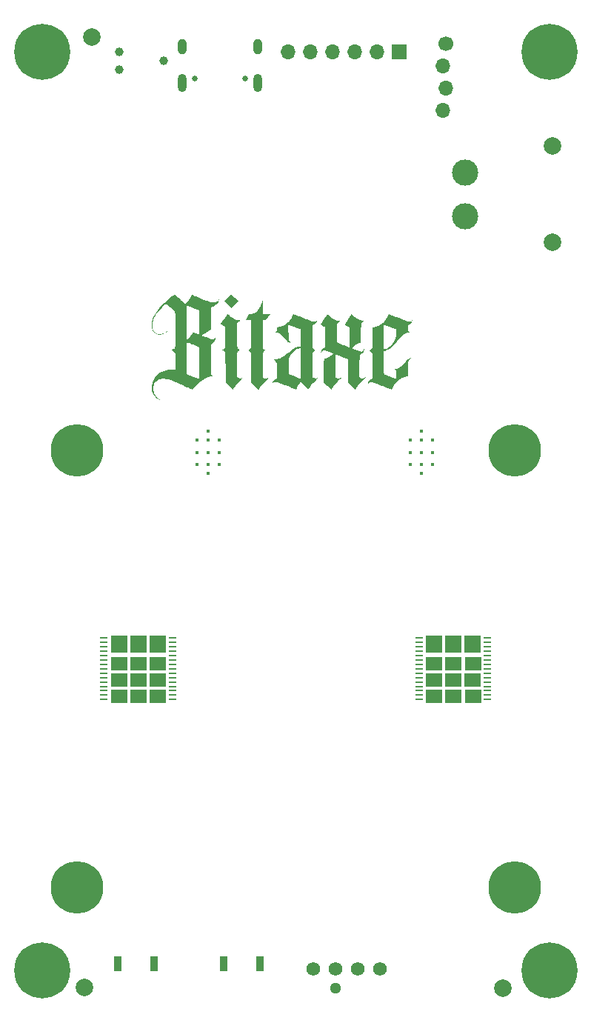
<source format=gbr>
%TF.GenerationSoftware,KiCad,Pcbnew,8.0.7*%
%TF.CreationDate,2025-02-10T22:40:20-05:00*%
%TF.ProjectId,BitaxeGT,42697461-7865-4475-942e-6b696361645f,v800*%
%TF.SameCoordinates,Original*%
%TF.FileFunction,Soldermask,Top*%
%TF.FilePolarity,Negative*%
%FSLAX46Y46*%
G04 Gerber Fmt 4.6, Leading zero omitted, Abs format (unit mm)*
G04 Created by KiCad (PCBNEW 8.0.7) date 2025-02-10 22:40:20*
%MOMM*%
%LPD*%
G01*
G04 APERTURE LIST*
G04 Aperture macros list*
%AMRoundRect*
0 Rectangle with rounded corners*
0 $1 Rounding radius*
0 $2 $3 $4 $5 $6 $7 $8 $9 X,Y pos of 4 corners*
0 Add a 4 corners polygon primitive as box body*
4,1,4,$2,$3,$4,$5,$6,$7,$8,$9,$2,$3,0*
0 Add four circle primitives for the rounded corners*
1,1,$1+$1,$2,$3*
1,1,$1+$1,$4,$5*
1,1,$1+$1,$6,$7*
1,1,$1+$1,$8,$9*
0 Add four rect primitives between the rounded corners*
20,1,$1+$1,$2,$3,$4,$5,0*
20,1,$1+$1,$4,$5,$6,$7,0*
20,1,$1+$1,$6,$7,$8,$9,0*
20,1,$1+$1,$8,$9,$2,$3,0*%
G04 Aperture macros list end*
%ADD10C,0.000000*%
%ADD11C,0.120000*%
%ADD12C,6.000000*%
%ADD13C,0.800000*%
%ADD14C,6.400000*%
%ADD15R,0.900000X1.800000*%
%ADD16RoundRect,0.055250X-0.340750X-0.055250X0.340750X-0.055250X0.340750X0.055250X-0.340750X0.055250X0*%
%ADD17R,1.700000X1.700000*%
%ADD18O,1.700000X1.700000*%
%ADD19C,3.000000*%
%ADD20C,2.000000*%
%ADD21C,1.574800*%
%ADD22C,1.295400*%
%ADD23C,1.700000*%
%ADD24C,0.990600*%
%ADD25C,0.400000*%
%ADD26O,1.000000X2.100000*%
%ADD27O,1.000000X1.800000*%
%ADD28C,0.650000*%
G04 APERTURE END LIST*
D10*
%TO.C,G\u002A\u002A\u002A*%
G36*
X124027177Y-69583387D02*
G01*
X124417726Y-69973936D01*
X124032597Y-70359486D01*
X123929016Y-70462783D01*
X123835151Y-70555630D01*
X123754984Y-70634149D01*
X123692497Y-70694464D01*
X123651672Y-70732697D01*
X123636628Y-70745037D01*
X123619598Y-70730895D01*
X123577190Y-70691055D01*
X123513388Y-70629393D01*
X123432174Y-70549788D01*
X123337530Y-70456116D01*
X123240659Y-70359486D01*
X122855531Y-69973936D01*
X123246080Y-69583387D01*
X123636628Y-69192838D01*
X124027177Y-69583387D01*
G37*
G36*
X127220281Y-70645640D02*
G01*
X127220550Y-71431804D01*
X127646184Y-71437436D01*
X128071818Y-71443068D01*
X127798632Y-71781666D01*
X127525446Y-72120263D01*
X127372998Y-72120263D01*
X127220550Y-72120263D01*
X127220666Y-73646555D01*
X127221009Y-73988320D01*
X127221982Y-74289789D01*
X127223582Y-74550779D01*
X127225807Y-74771101D01*
X127228654Y-74950570D01*
X127232121Y-75089001D01*
X127236204Y-75186207D01*
X127240902Y-75242002D01*
X127242889Y-75252459D01*
X127280407Y-75333150D01*
X127343749Y-75417483D01*
X127420938Y-75491554D01*
X127486137Y-75534867D01*
X127556832Y-75571135D01*
X127453376Y-75635447D01*
X127347613Y-75723665D01*
X127290444Y-75800946D01*
X127230968Y-75902133D01*
X127225183Y-77285500D01*
X127224086Y-77560116D01*
X127223305Y-77796088D01*
X127222907Y-77996447D01*
X127222959Y-78164221D01*
X127223527Y-78302440D01*
X127224677Y-78414133D01*
X127226476Y-78502329D01*
X127228991Y-78570059D01*
X127232287Y-78620351D01*
X127236432Y-78656235D01*
X127241491Y-78680740D01*
X127247532Y-78696896D01*
X127254621Y-78707732D01*
X127256438Y-78709826D01*
X127335934Y-78771857D01*
X127439021Y-78815927D01*
X127549153Y-78835293D01*
X127565168Y-78835650D01*
X127644355Y-78830449D01*
X127711851Y-78811015D01*
X127781939Y-78771606D01*
X127850861Y-78720747D01*
X127901677Y-78684439D01*
X127926387Y-78674752D01*
X127927719Y-78688220D01*
X127908401Y-78721377D01*
X127871162Y-78770756D01*
X127818729Y-78832892D01*
X127753831Y-78904318D01*
X127679196Y-78981567D01*
X127597551Y-79061174D01*
X127543705Y-79111012D01*
X127391378Y-79255468D01*
X127246744Y-79405043D01*
X127114246Y-79554324D01*
X126998329Y-79697898D01*
X126903437Y-79830350D01*
X126834015Y-79946269D01*
X126803919Y-80012106D01*
X126769515Y-80102741D01*
X126338675Y-79701734D01*
X125907834Y-79300727D01*
X125907325Y-77663941D01*
X125906961Y-77354645D01*
X125906087Y-77070358D01*
X125904727Y-76813066D01*
X125902904Y-76584758D01*
X125900644Y-76387420D01*
X125897971Y-76223040D01*
X125894908Y-76093604D01*
X125891481Y-76001101D01*
X125887714Y-75947517D01*
X125886177Y-75937681D01*
X125838928Y-75814462D01*
X125761540Y-75706849D01*
X125663720Y-75627522D01*
X125572611Y-75574128D01*
X125630830Y-75544073D01*
X125731973Y-75472089D01*
X125819518Y-75372060D01*
X125852441Y-75318704D01*
X125860866Y-75302537D01*
X125868179Y-75285478D01*
X125874470Y-75264596D01*
X125879831Y-75236958D01*
X125884353Y-75199630D01*
X125888125Y-75149680D01*
X125891240Y-75084176D01*
X125893787Y-75000184D01*
X125895859Y-74894772D01*
X125897544Y-74765007D01*
X125898936Y-74607956D01*
X125900123Y-74420687D01*
X125901197Y-74200267D01*
X125902249Y-73943763D01*
X125903259Y-73677810D01*
X125909102Y-72120263D01*
X125585499Y-72120263D01*
X125474701Y-72119286D01*
X125380242Y-72116589D01*
X125309199Y-72112525D01*
X125268651Y-72107444D01*
X125261895Y-72104177D01*
X125271823Y-72081755D01*
X125299385Y-72029401D01*
X125341244Y-71953196D01*
X125394066Y-71859222D01*
X125447588Y-71765579D01*
X125633281Y-71443068D01*
X125869532Y-71430396D01*
X125982372Y-71421618D01*
X126084816Y-71408666D01*
X126164648Y-71393273D01*
X126194949Y-71384223D01*
X126365620Y-71298312D01*
X126527513Y-71172733D01*
X126679689Y-71008743D01*
X126821208Y-70807605D01*
X126951131Y-70570578D01*
X127068517Y-70298923D01*
X127128343Y-70132391D01*
X127220013Y-69859475D01*
X127220281Y-70645640D01*
G37*
G36*
X123227698Y-71425424D02*
G01*
X123269701Y-71458955D01*
X123331107Y-71510813D01*
X123406152Y-71576198D01*
X123432002Y-71599102D01*
X123629609Y-71764585D01*
X123819732Y-71903468D01*
X123997392Y-72012318D01*
X124115874Y-72070635D01*
X124191833Y-72100602D01*
X124259740Y-72118502D01*
X124335885Y-72127299D01*
X124436562Y-72129960D01*
X124441966Y-72129983D01*
X124531695Y-72131109D01*
X124586562Y-72134564D01*
X124613366Y-72141670D01*
X124618909Y-72153748D01*
X124615037Y-72163592D01*
X124582450Y-72210417D01*
X124530293Y-72271488D01*
X124469357Y-72335563D01*
X124410431Y-72391402D01*
X124364302Y-72427762D01*
X124357876Y-72431540D01*
X124303404Y-72460693D01*
X124303862Y-73816770D01*
X124304007Y-74088774D01*
X124304304Y-74322269D01*
X124304838Y-74520422D01*
X124305695Y-74686396D01*
X124306961Y-74823356D01*
X124308723Y-74934468D01*
X124311066Y-75022897D01*
X124314076Y-75091808D01*
X124317840Y-75144365D01*
X124322443Y-75183735D01*
X124327971Y-75213081D01*
X124334511Y-75235569D01*
X124342149Y-75254364D01*
X124342991Y-75256194D01*
X124403885Y-75350669D01*
X124490654Y-75438636D01*
X124584700Y-75502971D01*
X124621064Y-75525484D01*
X124619567Y-75535652D01*
X124609387Y-75536656D01*
X124568853Y-75553336D01*
X124514304Y-75595911D01*
X124454249Y-75655217D01*
X124397199Y-75722088D01*
X124351664Y-75787360D01*
X124326229Y-75841602D01*
X124320861Y-75882222D01*
X124316224Y-75962934D01*
X124312312Y-76083966D01*
X124309123Y-76245546D01*
X124306653Y-76447899D01*
X124304898Y-76691254D01*
X124303855Y-76975837D01*
X124303521Y-77278670D01*
X124303404Y-78634369D01*
X124364704Y-78693098D01*
X124445764Y-78746987D01*
X124548951Y-78782354D01*
X124657058Y-78794441D01*
X124712873Y-78789352D01*
X124769484Y-78777341D01*
X124813635Y-78761313D01*
X124859179Y-78734268D01*
X124919973Y-78689203D01*
X124936615Y-78676296D01*
X124986669Y-78640112D01*
X125007219Y-78632288D01*
X124998751Y-78652249D01*
X124961753Y-78699419D01*
X124896709Y-78773222D01*
X124804108Y-78873082D01*
X124684433Y-78998424D01*
X124538173Y-79148671D01*
X124534254Y-79152666D01*
X124357182Y-79336232D01*
X124210086Y-79495737D01*
X124090892Y-79633755D01*
X123997524Y-79752862D01*
X123927908Y-79855633D01*
X123879971Y-79944642D01*
X123863209Y-79985547D01*
X123843337Y-80032740D01*
X123827579Y-80057089D01*
X123825182Y-80058032D01*
X123807696Y-80043967D01*
X123764040Y-80004775D01*
X123698169Y-79944126D01*
X123614038Y-79865689D01*
X123515600Y-79773134D01*
X123406811Y-79670130D01*
X123392914Y-79656924D01*
X122972088Y-79256850D01*
X122970970Y-77573613D01*
X122970653Y-77259530D01*
X122970118Y-76984576D01*
X122969322Y-76746208D01*
X122968220Y-76541882D01*
X122966771Y-76369054D01*
X122964931Y-76225181D01*
X122962656Y-76107720D01*
X122959904Y-76014125D01*
X122956631Y-75941855D01*
X122952794Y-75888364D01*
X122948349Y-75851110D01*
X122943255Y-75827549D01*
X122941204Y-75821811D01*
X122882634Y-75722842D01*
X122799433Y-75634583D01*
X122705811Y-75571908D01*
X122699807Y-75569120D01*
X122615239Y-75530986D01*
X122693571Y-75495109D01*
X122759127Y-75455850D01*
X122824441Y-75403001D01*
X122838566Y-75388968D01*
X122865984Y-75360031D01*
X122889294Y-75333267D01*
X122908828Y-75305207D01*
X122924921Y-75272381D01*
X122937905Y-75231319D01*
X122948113Y-75178551D01*
X122955880Y-75110608D01*
X122961538Y-75024019D01*
X122965420Y-74915316D01*
X122967860Y-74781028D01*
X122969191Y-74617685D01*
X122969746Y-74421818D01*
X122969859Y-74189956D01*
X122969852Y-74021967D01*
X122969852Y-72880167D01*
X122863115Y-72842258D01*
X122746525Y-72792120D01*
X122637402Y-72729433D01*
X122548042Y-72661954D01*
X122503292Y-72615331D01*
X122453037Y-72551117D01*
X122828903Y-71986674D01*
X122919763Y-71850286D01*
X123003083Y-71725327D01*
X123076096Y-71615937D01*
X123136034Y-71526258D01*
X123180132Y-71460431D01*
X123205621Y-71422597D01*
X123210863Y-71415018D01*
X123227698Y-71425424D01*
G37*
G36*
X141692715Y-71471975D02*
G01*
X141717082Y-71484221D01*
X141776090Y-71509404D01*
X141865358Y-71545844D01*
X141980502Y-71591858D01*
X142117140Y-71645765D01*
X142270889Y-71705882D01*
X142437365Y-71770529D01*
X142612187Y-71838023D01*
X142790972Y-71906683D01*
X142969336Y-71974826D01*
X143142896Y-72040772D01*
X143307271Y-72102838D01*
X143458077Y-72159342D01*
X143590931Y-72208603D01*
X143701451Y-72248940D01*
X143785253Y-72278669D01*
X143837955Y-72296110D01*
X143847546Y-72298824D01*
X143934900Y-72315749D01*
X144011001Y-72320770D01*
X144041965Y-72317754D01*
X144148876Y-72276163D01*
X144242503Y-72203273D01*
X144305589Y-72116757D01*
X144352205Y-72026497D01*
X144340378Y-72139837D01*
X144305861Y-72290291D01*
X144238197Y-72424704D01*
X144142254Y-72536834D01*
X144022902Y-72620438D01*
X143938075Y-72655591D01*
X143827440Y-72690466D01*
X143827440Y-72973960D01*
X143828131Y-73091910D01*
X143830952Y-73177232D01*
X143837031Y-73238961D01*
X143847491Y-73286129D01*
X143863460Y-73327770D01*
X143874323Y-73350257D01*
X143917980Y-73417032D01*
X143972077Y-73474759D01*
X143992007Y-73490111D01*
X144062807Y-73537162D01*
X143991175Y-73537162D01*
X143903969Y-73546135D01*
X143794386Y-73570453D01*
X143677011Y-73606210D01*
X143566430Y-73649504D01*
X143559128Y-73652804D01*
X143450367Y-73708748D01*
X143341130Y-73778511D01*
X143228031Y-73865225D01*
X143107686Y-73972018D01*
X142976711Y-74102022D01*
X142831721Y-74258366D01*
X142669331Y-74444180D01*
X142548440Y-74587525D01*
X142451785Y-74702681D01*
X142355105Y-74816491D01*
X142264608Y-74921747D01*
X142186503Y-75011239D01*
X142127001Y-75077758D01*
X142114783Y-75091002D01*
X141914797Y-75284075D01*
X141707794Y-75442682D01*
X141497117Y-75564654D01*
X141286108Y-75647819D01*
X141235753Y-75661772D01*
X141087408Y-75699443D01*
X141082043Y-77001430D01*
X141081067Y-77278032D01*
X141080615Y-77515560D01*
X141080727Y-77716612D01*
X141081444Y-77883783D01*
X141082808Y-78019673D01*
X141084858Y-78126877D01*
X141087637Y-78207992D01*
X141091185Y-78265616D01*
X141095542Y-78302345D01*
X141100751Y-78320778D01*
X141102880Y-78323463D01*
X141128684Y-78335875D01*
X141187817Y-78360543D01*
X141274764Y-78395371D01*
X141384013Y-78438269D01*
X141510051Y-78487141D01*
X141647365Y-78539895D01*
X141790441Y-78594437D01*
X141933767Y-78648674D01*
X142071829Y-78700514D01*
X142199114Y-78747862D01*
X142310110Y-78788626D01*
X142399304Y-78820711D01*
X142461181Y-78842026D01*
X142490229Y-78850475D01*
X142491028Y-78850533D01*
X142500194Y-78842215D01*
X142506756Y-78814321D01*
X142510916Y-78762440D01*
X142512880Y-78682163D01*
X142512851Y-78569078D01*
X142511034Y-78418775D01*
X142511025Y-78418171D01*
X142507854Y-78256501D01*
X142502991Y-78130648D01*
X142494944Y-78034759D01*
X142482223Y-77962978D01*
X142463338Y-77909450D01*
X142436798Y-77868319D01*
X142401114Y-77833732D01*
X142354794Y-77799833D01*
X142353386Y-77798875D01*
X142275847Y-77746186D01*
X142370071Y-77746186D01*
X142531395Y-77728083D01*
X142700189Y-77676682D01*
X142866073Y-77596337D01*
X143018667Y-77491407D01*
X143058907Y-77457041D01*
X143111520Y-77404386D01*
X143181714Y-77326425D01*
X143262393Y-77231438D01*
X143346465Y-77127704D01*
X143400164Y-77058733D01*
X143479649Y-76956948D01*
X143557318Y-76861322D01*
X143626990Y-76779192D01*
X143682485Y-76717891D01*
X143710290Y-76690687D01*
X143806273Y-76621115D01*
X143921203Y-76558903D01*
X144038930Y-76511690D01*
X144139992Y-76487511D01*
X144188286Y-76482980D01*
X144207494Y-76484556D01*
X144202502Y-76488140D01*
X144112770Y-76539120D01*
X144026147Y-76613636D01*
X143960458Y-76696238D01*
X143958330Y-76699813D01*
X143930521Y-76749936D01*
X143907474Y-76799690D01*
X143888657Y-76853596D01*
X143873541Y-76916174D01*
X143861596Y-76991946D01*
X143852293Y-77085431D01*
X143845101Y-77201152D01*
X143839492Y-77343627D01*
X143834935Y-77517379D01*
X143830900Y-77726928D01*
X143829713Y-77797417D01*
X143817022Y-78567516D01*
X143657022Y-78592230D01*
X143389020Y-78654225D01*
X143128717Y-78754691D01*
X142881468Y-78890490D01*
X142652630Y-79058486D01*
X142447559Y-79255541D01*
X142369927Y-79346064D01*
X142315687Y-79419061D01*
X142254462Y-79510968D01*
X142190417Y-79614380D01*
X142127713Y-79721892D01*
X142070516Y-79826099D01*
X142022989Y-79919597D01*
X141989294Y-79994980D01*
X141973597Y-80044844D01*
X141972970Y-80052045D01*
X141957895Y-80075985D01*
X141924355Y-80076625D01*
X141898999Y-80061727D01*
X141875912Y-80050658D01*
X141818259Y-80026541D01*
X141730448Y-79991075D01*
X141616891Y-79945959D01*
X141481997Y-79892893D01*
X141330177Y-79833576D01*
X141165840Y-79769706D01*
X140993397Y-79702983D01*
X140817258Y-79635106D01*
X140641833Y-79567775D01*
X140471532Y-79502687D01*
X140310764Y-79441543D01*
X140163941Y-79386042D01*
X140035473Y-79337882D01*
X139929768Y-79298763D01*
X139851238Y-79270385D01*
X139804293Y-79254445D01*
X139801566Y-79253619D01*
X139684977Y-79231974D01*
X139572126Y-79229963D01*
X139468757Y-79250736D01*
X139385082Y-79299902D01*
X139313441Y-79382855D01*
X139282351Y-79433963D01*
X139241741Y-79506891D01*
X139254475Y-79402707D01*
X139291643Y-79249917D01*
X139360984Y-79113600D01*
X139457574Y-78999621D01*
X139576492Y-78913847D01*
X139706973Y-78863512D01*
X139764274Y-78849740D01*
X139764070Y-77407191D01*
X139763867Y-75964643D01*
X139714956Y-75859608D01*
X139639123Y-75740926D01*
X139537903Y-75654051D01*
X139475294Y-75621970D01*
X139409982Y-75594917D01*
X139518660Y-75529739D01*
X139631550Y-75439173D01*
X139690597Y-75362032D01*
X139753855Y-75259503D01*
X139759579Y-74117884D01*
X139759722Y-74089336D01*
X141076989Y-74089336D01*
X141077279Y-74384815D01*
X141078135Y-74649236D01*
X141079538Y-74881220D01*
X141081469Y-75079391D01*
X141083909Y-75242371D01*
X141086837Y-75368782D01*
X141090235Y-75457247D01*
X141094083Y-75506389D01*
X141097055Y-75516653D01*
X141126240Y-75509503D01*
X141180404Y-75491065D01*
X141227284Y-75473321D01*
X141382279Y-75397203D01*
X141547126Y-75289195D01*
X141714789Y-75155507D01*
X141878230Y-75002346D01*
X142030413Y-74835920D01*
X142164299Y-74662438D01*
X142191310Y-74622876D01*
X142299502Y-74449144D01*
X142381994Y-74287796D01*
X142441716Y-74128735D01*
X142481603Y-73961864D01*
X142504585Y-73777086D01*
X142513597Y-73564304D01*
X142513998Y-73511849D01*
X142513737Y-73395968D01*
X142511729Y-73314927D01*
X142507169Y-73261904D01*
X142499255Y-73230078D01*
X142487181Y-73212624D01*
X142478015Y-73206430D01*
X142451016Y-73194669D01*
X142391433Y-73170331D01*
X142304637Y-73135519D01*
X142195999Y-73092336D01*
X142070888Y-73042884D01*
X141934677Y-72989265D01*
X141792734Y-72933582D01*
X141650431Y-72877938D01*
X141513139Y-72824435D01*
X141386228Y-72775175D01*
X141275068Y-72732260D01*
X141185030Y-72697795D01*
X141121484Y-72673880D01*
X141089802Y-72662618D01*
X141087368Y-72662018D01*
X141085625Y-72682293D01*
X141083974Y-72740871D01*
X141082439Y-72834381D01*
X141081045Y-72959453D01*
X141079816Y-73112716D01*
X141078778Y-73290800D01*
X141077953Y-73490334D01*
X141077368Y-73707947D01*
X141077046Y-73940270D01*
X141076989Y-74089336D01*
X139759722Y-74089336D01*
X139765303Y-72976265D01*
X139842926Y-72964368D01*
X140148723Y-72898470D01*
X140431024Y-72798161D01*
X140689698Y-72663537D01*
X140924618Y-72494694D01*
X141135652Y-72291726D01*
X141322672Y-72054731D01*
X141485549Y-71783802D01*
X141511337Y-71733356D01*
X141550949Y-71650916D01*
X141584097Y-71576355D01*
X141605416Y-71521953D01*
X141609239Y-71509361D01*
X141632499Y-71463611D01*
X141666834Y-71455724D01*
X141692715Y-71471975D01*
G37*
G36*
X130765003Y-71468531D02*
G01*
X130796060Y-71483311D01*
X130836999Y-71501255D01*
X130912163Y-71531947D01*
X131016826Y-71573586D01*
X131146262Y-71624369D01*
X131295742Y-71682494D01*
X131460542Y-71746159D01*
X131635933Y-71813560D01*
X131817190Y-71882896D01*
X131999584Y-71952364D01*
X132178391Y-72020162D01*
X132348882Y-72084488D01*
X132506331Y-72143538D01*
X132646011Y-72195511D01*
X132763196Y-72238605D01*
X132853158Y-72271016D01*
X132911172Y-72290942D01*
X132925765Y-72295403D01*
X133020102Y-72315347D01*
X133098113Y-72320571D01*
X133123714Y-72317709D01*
X133230392Y-72276190D01*
X133323912Y-72203404D01*
X133387131Y-72116757D01*
X133433747Y-72026497D01*
X133421920Y-72139837D01*
X133387404Y-72290291D01*
X133319739Y-72424704D01*
X133223796Y-72536834D01*
X133104444Y-72620438D01*
X133019617Y-72655591D01*
X132908983Y-72690466D01*
X132908983Y-73929239D01*
X132909281Y-74220542D01*
X132910198Y-74471883D01*
X132911764Y-74684969D01*
X132914011Y-74861508D01*
X132916970Y-75003207D01*
X132920672Y-75111774D01*
X132925149Y-75188915D01*
X132930431Y-75236338D01*
X132933165Y-75248725D01*
X132976524Y-75340013D01*
X133045881Y-75430018D01*
X133128367Y-75504005D01*
X133185496Y-75537692D01*
X133266385Y-75573908D01*
X133169158Y-75620974D01*
X133070170Y-75689647D01*
X132988249Y-75786198D01*
X132934327Y-75897286D01*
X132929604Y-75913352D01*
X132925105Y-75951899D01*
X132921293Y-76030608D01*
X132918184Y-76147972D01*
X132915796Y-76302485D01*
X132914145Y-76492640D01*
X132913247Y-76716930D01*
X132913119Y-76973850D01*
X132913778Y-77261892D01*
X132914038Y-77331360D01*
X132919401Y-78671643D01*
X133017507Y-78732295D01*
X133118245Y-78779228D01*
X133227025Y-78804991D01*
X133327305Y-78806179D01*
X133352960Y-78801311D01*
X133397001Y-78782844D01*
X133459319Y-78747993D01*
X133511929Y-78714049D01*
X133566050Y-78679052D01*
X133595877Y-78665539D01*
X133600609Y-78674521D01*
X133579445Y-78707007D01*
X133531585Y-78764009D01*
X133456228Y-78846537D01*
X133352573Y-78955601D01*
X133219821Y-79092213D01*
X133180970Y-79131830D01*
X133070705Y-79245217D01*
X132964703Y-79356300D01*
X132868214Y-79459418D01*
X132786490Y-79548908D01*
X132724781Y-79619108D01*
X132693392Y-79657527D01*
X132630719Y-79745529D01*
X132572120Y-79837803D01*
X132522630Y-79925342D01*
X132487284Y-79999141D01*
X132471117Y-80050192D01*
X132470638Y-80055972D01*
X132456627Y-80050436D01*
X132417179Y-80017793D01*
X132355558Y-79961151D01*
X132275030Y-79883617D01*
X132178858Y-79788298D01*
X132070309Y-79678300D01*
X132026367Y-79633168D01*
X131582868Y-79176016D01*
X131463482Y-79320617D01*
X131331357Y-79497377D01*
X131215434Y-79685371D01*
X131124090Y-79870559D01*
X131100787Y-79928610D01*
X131069772Y-80008816D01*
X131048111Y-80055552D01*
X131031369Y-80074673D01*
X131015114Y-80072036D01*
X131001300Y-80060029D01*
X130977589Y-80048042D01*
X130919269Y-80023091D01*
X130830742Y-79986869D01*
X130716409Y-79941070D01*
X130580672Y-79887389D01*
X130427932Y-79827520D01*
X130262591Y-79763157D01*
X130089050Y-79695995D01*
X129911711Y-79627726D01*
X129734976Y-79560046D01*
X129563245Y-79494648D01*
X129400921Y-79433227D01*
X129252404Y-79377477D01*
X129122097Y-79329092D01*
X129014401Y-79289766D01*
X128933717Y-79261193D01*
X128884447Y-79245067D01*
X128882544Y-79244521D01*
X128801221Y-79224064D01*
X128726785Y-79209713D01*
X128678717Y-79204758D01*
X128568464Y-79224769D01*
X128470001Y-79282942D01*
X128387400Y-79376483D01*
X128359520Y-79423544D01*
X128337561Y-79461705D01*
X128327977Y-79464739D01*
X128325732Y-79441367D01*
X128331305Y-79398983D01*
X128346685Y-79332093D01*
X128366897Y-79260701D01*
X128431712Y-79115034D01*
X128526941Y-78997422D01*
X128651297Y-78909285D01*
X128710377Y-78882008D01*
X128835398Y-78831809D01*
X128835398Y-77971237D01*
X128835398Y-77125579D01*
X130182243Y-77125579D01*
X130183195Y-77312672D01*
X130184335Y-77484431D01*
X130189787Y-78314808D01*
X130877399Y-78581270D01*
X131037269Y-78643095D01*
X131184849Y-78699923D01*
X131315637Y-78750039D01*
X131425130Y-78791728D01*
X131508826Y-78823276D01*
X131562223Y-78842967D01*
X131580640Y-78849132D01*
X131583029Y-78829024D01*
X131585307Y-78770301D01*
X131587446Y-78676021D01*
X131589418Y-78549245D01*
X131591196Y-78393030D01*
X131592752Y-78210435D01*
X131594059Y-78004519D01*
X131595088Y-77778340D01*
X131595812Y-77534958D01*
X131596204Y-77277431D01*
X131596267Y-77121083D01*
X131596267Y-75391633D01*
X131486874Y-75391880D01*
X131313505Y-75412152D01*
X131137049Y-75469841D01*
X130962144Y-75561413D01*
X130793431Y-75683335D01*
X130635547Y-75832074D01*
X130493132Y-76004095D01*
X130370825Y-76195865D01*
X130330965Y-76272405D01*
X130294348Y-76347173D01*
X130264127Y-76411358D01*
X130239716Y-76469806D01*
X130220528Y-76527367D01*
X130205977Y-76588888D01*
X130195476Y-76659217D01*
X130188439Y-76743203D01*
X130184278Y-76845693D01*
X130182409Y-76971536D01*
X130182243Y-77125579D01*
X128835398Y-77125579D01*
X128835398Y-77110665D01*
X128769459Y-76971483D01*
X128722066Y-76884654D01*
X128664683Y-76797914D01*
X128617095Y-76738541D01*
X128530670Y-76644780D01*
X128630942Y-76632256D01*
X128822202Y-76603479D01*
X128996901Y-76565558D01*
X129160764Y-76515619D01*
X129319516Y-76450787D01*
X129478884Y-76368189D01*
X129644591Y-76264951D01*
X129822363Y-76138198D01*
X130017927Y-75985057D01*
X130168950Y-75860217D01*
X130364296Y-75698868D01*
X130534999Y-75564843D01*
X130685555Y-75455676D01*
X130820461Y-75368900D01*
X130944213Y-75302049D01*
X131061308Y-75252655D01*
X131176243Y-75218252D01*
X131293513Y-75196373D01*
X131398318Y-75185784D01*
X131585849Y-75172847D01*
X131591264Y-74199572D01*
X131592447Y-73972396D01*
X131593171Y-73783322D01*
X131593322Y-73628777D01*
X131592788Y-73505190D01*
X131591457Y-73408990D01*
X131589215Y-73336606D01*
X131585952Y-73284467D01*
X131581553Y-73249001D01*
X131575908Y-73226637D01*
X131568902Y-73213804D01*
X131560425Y-73206931D01*
X131560008Y-73206705D01*
X131531318Y-73194056D01*
X131470232Y-73168945D01*
X131382133Y-73133479D01*
X131272405Y-73089764D01*
X131146430Y-73039906D01*
X131009592Y-72986013D01*
X130867274Y-72930191D01*
X130724859Y-72874546D01*
X130587731Y-72821184D01*
X130461272Y-72772213D01*
X130350866Y-72729740D01*
X130261896Y-72695869D01*
X130199744Y-72672709D01*
X130169796Y-72662365D01*
X130168088Y-72662018D01*
X130164971Y-72682079D01*
X130162690Y-72739173D01*
X130161268Y-72828669D01*
X130160726Y-72945934D01*
X130161085Y-73086337D01*
X130162367Y-73245245D01*
X130164583Y-73417351D01*
X130168516Y-73644222D01*
X130173137Y-73833899D01*
X130178909Y-73990862D01*
X130186297Y-74119591D01*
X130195767Y-74224564D01*
X130207784Y-74310262D01*
X130222813Y-74381163D01*
X130241319Y-74441747D01*
X130263767Y-74496493D01*
X130280093Y-74529908D01*
X130358860Y-74641253D01*
X130466991Y-74733255D01*
X130502338Y-74754727D01*
X130564848Y-74789549D01*
X130471083Y-74777062D01*
X130361825Y-74753771D01*
X130257503Y-74711760D01*
X130153578Y-74647584D01*
X130045512Y-74557800D01*
X129928765Y-74438961D01*
X129798798Y-74287623D01*
X129755287Y-74233786D01*
X129613051Y-74061391D01*
X129486383Y-73921367D01*
X129370312Y-73809824D01*
X129259862Y-73722876D01*
X129150059Y-73656634D01*
X129035931Y-73607209D01*
X128912504Y-73570714D01*
X128904679Y-73568847D01*
X128820350Y-73551984D01*
X128738853Y-73540574D01*
X128691668Y-73537470D01*
X128610449Y-73537162D01*
X128680933Y-73489663D01*
X128764677Y-73413096D01*
X128817984Y-73314645D01*
X128842940Y-73189714D01*
X128845473Y-73126580D01*
X128845816Y-72976458D01*
X128923954Y-72964070D01*
X129079937Y-72933951D01*
X129242715Y-72893281D01*
X129394953Y-72846755D01*
X129496566Y-72808869D01*
X129697555Y-72707635D01*
X129898527Y-72573983D01*
X130089737Y-72416019D01*
X130261442Y-72241846D01*
X130403898Y-72059571D01*
X130412113Y-72047334D01*
X130469456Y-71955812D01*
X130529322Y-71851546D01*
X130586611Y-71744378D01*
X130636227Y-71644149D01*
X130673070Y-71560703D01*
X130690781Y-71509361D01*
X130704405Y-71468994D01*
X130725291Y-71456338D01*
X130765003Y-71468531D01*
G37*
G36*
X137400270Y-71467090D02*
G01*
X137443146Y-71504271D01*
X137503794Y-71559588D01*
X137576142Y-71627600D01*
X137587452Y-71638391D01*
X137772613Y-71801859D01*
X137958085Y-71939668D01*
X138139649Y-72049490D01*
X138313089Y-72129001D01*
X138474184Y-72175872D01*
X138584338Y-72188206D01*
X138661502Y-72186996D01*
X138728157Y-72181110D01*
X138760689Y-72174426D01*
X138794464Y-72165851D01*
X138796547Y-72180251D01*
X138784567Y-72204319D01*
X138754762Y-72246129D01*
X138704431Y-72304195D01*
X138643658Y-72368170D01*
X138582525Y-72427707D01*
X138531115Y-72472461D01*
X138507060Y-72489062D01*
X138498613Y-72495385D01*
X138491438Y-72506876D01*
X138485383Y-72526891D01*
X138480300Y-72558785D01*
X138476038Y-72605914D01*
X138472449Y-72671634D01*
X138469382Y-72759300D01*
X138466689Y-72872268D01*
X138464219Y-73013892D01*
X138461823Y-73187529D01*
X138459351Y-73396534D01*
X138456998Y-73612036D01*
X138445200Y-74714657D01*
X138299392Y-74750452D01*
X138200156Y-74780076D01*
X138100087Y-74821696D01*
X137994210Y-74878435D01*
X137877551Y-74953416D01*
X137745135Y-75049760D01*
X137591987Y-75170591D01*
X137470956Y-75270434D01*
X137423291Y-75312867D01*
X137394074Y-75343973D01*
X137389233Y-75355167D01*
X137413050Y-75366177D01*
X137469481Y-75389105D01*
X137552025Y-75421501D01*
X137654180Y-75460913D01*
X137769441Y-75504889D01*
X137891308Y-75550979D01*
X138013277Y-75596731D01*
X138128845Y-75639694D01*
X138231511Y-75677418D01*
X138314771Y-75707450D01*
X138372124Y-75727339D01*
X138395038Y-75734313D01*
X138475685Y-75735840D01*
X138567262Y-75713716D01*
X138650611Y-75673124D01*
X138668239Y-75660444D01*
X138711135Y-75615801D01*
X138756735Y-75552290D01*
X138775752Y-75519866D01*
X138802330Y-75474246D01*
X138817435Y-75456131D01*
X138818562Y-75464561D01*
X138810047Y-75510838D01*
X138799894Y-75576542D01*
X138796606Y-75600097D01*
X138758095Y-75735353D01*
X138683975Y-75857627D01*
X138579762Y-75960660D01*
X138450975Y-76038197D01*
X138389048Y-76062262D01*
X138295283Y-76093133D01*
X138289911Y-77360924D01*
X138284539Y-78628715D01*
X138331584Y-78679863D01*
X138421187Y-78748953D01*
X138532150Y-78792362D01*
X138651076Y-78807146D01*
X138764569Y-78790362D01*
X138790825Y-78780762D01*
X138852038Y-78747919D01*
X138915938Y-78703451D01*
X138925595Y-78695563D01*
X138966286Y-78666237D01*
X138990437Y-78658460D01*
X138993314Y-78663137D01*
X138979262Y-78684091D01*
X138939681Y-78730399D01*
X138878433Y-78797874D01*
X138799382Y-78882327D01*
X138706391Y-78979570D01*
X138612056Y-79076515D01*
X138451446Y-79241788D01*
X138317991Y-79382846D01*
X138208281Y-79503803D01*
X138118901Y-79608769D01*
X138046441Y-79701855D01*
X137987489Y-79787172D01*
X137938631Y-79868833D01*
X137911042Y-79921160D01*
X137834011Y-80074495D01*
X137408289Y-79676547D01*
X136982568Y-79278600D01*
X136972149Y-77944770D01*
X136961731Y-76610940D01*
X136294955Y-76355707D01*
X136136315Y-76295036D01*
X135989054Y-76238823D01*
X135857951Y-76188884D01*
X135747785Y-76147033D01*
X135663337Y-76115089D01*
X135609385Y-76094868D01*
X135591714Y-76088455D01*
X135584252Y-76087785D01*
X135577880Y-76093077D01*
X135572514Y-76107342D01*
X135568067Y-76133588D01*
X135564453Y-76174827D01*
X135561588Y-76234068D01*
X135559384Y-76314319D01*
X135557756Y-76418592D01*
X135556618Y-76549895D01*
X135555884Y-76711239D01*
X135555469Y-76905633D01*
X135555286Y-77136087D01*
X135555250Y-77366886D01*
X135555250Y-78657335D01*
X135633388Y-78711096D01*
X135738004Y-78772206D01*
X135834021Y-78802707D01*
X135905622Y-78808402D01*
X135994092Y-78794359D01*
X136086911Y-78758628D01*
X136165057Y-78709379D01*
X136188791Y-78686782D01*
X136223709Y-78654298D01*
X136247511Y-78642166D01*
X136254315Y-78651749D01*
X136238482Y-78681453D01*
X136198761Y-78732713D01*
X136133896Y-78806964D01*
X136042635Y-78905640D01*
X135923723Y-79030176D01*
X135775906Y-79182006D01*
X135774029Y-79183922D01*
X135622394Y-79340456D01*
X135497923Y-79473591D01*
X135396919Y-79587931D01*
X135315686Y-79688083D01*
X135250526Y-79778651D01*
X135197743Y-79864242D01*
X135153641Y-79949461D01*
X135145474Y-79967001D01*
X135117557Y-80026563D01*
X135097361Y-80066991D01*
X135090105Y-80078644D01*
X135074615Y-80064604D01*
X135032666Y-80025556D01*
X134968096Y-79965100D01*
X134884746Y-79886839D01*
X134786456Y-79794376D01*
X134677067Y-79691312D01*
X134654061Y-79669618D01*
X134221698Y-79261850D01*
X134221698Y-77909516D01*
X134221855Y-77627634D01*
X134222359Y-77384925D01*
X134223256Y-77178890D01*
X134224596Y-77007032D01*
X134226425Y-76866850D01*
X134228793Y-76755846D01*
X134231746Y-76671521D01*
X134235332Y-76611376D01*
X134239601Y-76572913D01*
X134244598Y-76553632D01*
X134247744Y-76550279D01*
X134279945Y-76542150D01*
X134339993Y-76527302D01*
X134415238Y-76508863D01*
X134419647Y-76507787D01*
X134512261Y-76479229D01*
X134618437Y-76437644D01*
X134716161Y-76391705D01*
X134721780Y-76388730D01*
X134793241Y-76347410D01*
X134876913Y-76294105D01*
X134966576Y-76233397D01*
X135056011Y-76169868D01*
X135138999Y-76108099D01*
X135209319Y-76052674D01*
X135260753Y-76008173D01*
X135287082Y-75979178D01*
X135288409Y-75971283D01*
X135263786Y-75958510D01*
X135206932Y-75934132D01*
X135124775Y-75900797D01*
X135024244Y-75861154D01*
X134912267Y-75817853D01*
X134795774Y-75773541D01*
X134681692Y-75730867D01*
X134576951Y-75692481D01*
X134488479Y-75661031D01*
X134423204Y-75639166D01*
X134406022Y-75633950D01*
X134270208Y-75605848D01*
X134158072Y-75608933D01*
X134063788Y-75644964D01*
X133981529Y-75715699D01*
X133935193Y-75776012D01*
X133896081Y-75827943D01*
X133873697Y-75843652D01*
X133867921Y-75822610D01*
X133878633Y-75764288D01*
X133905714Y-75668159D01*
X133908644Y-75658625D01*
X133956112Y-75543606D01*
X134019138Y-75444664D01*
X134027297Y-75434809D01*
X134089584Y-75375892D01*
X134168333Y-75320360D01*
X134250540Y-75275777D01*
X134323201Y-75249708D01*
X134351928Y-75245979D01*
X134359791Y-75243986D01*
X134366439Y-75235962D01*
X134371973Y-75218692D01*
X134376494Y-75188964D01*
X134380104Y-75143565D01*
X134382905Y-75079283D01*
X134384997Y-74992905D01*
X134386483Y-74881217D01*
X134387464Y-74741007D01*
X134388041Y-74569063D01*
X134388316Y-74362171D01*
X134388392Y-74117118D01*
X134388392Y-74092167D01*
X134388392Y-72938558D01*
X134289417Y-72901217D01*
X134195323Y-72859144D01*
X134103007Y-72806422D01*
X134018825Y-72748185D01*
X133949130Y-72689568D01*
X133900276Y-72635705D01*
X133878618Y-72591731D01*
X133881628Y-72571698D01*
X133900068Y-72542725D01*
X133937447Y-72485574D01*
X133990334Y-72405386D01*
X134055298Y-72307306D01*
X134128911Y-72196475D01*
X134207742Y-72078037D01*
X134288362Y-71957134D01*
X134367339Y-71838909D01*
X134441245Y-71728505D01*
X134506648Y-71631065D01*
X134560120Y-71551731D01*
X134598230Y-71495647D01*
X134617549Y-71467955D01*
X134618986Y-71466129D01*
X134639946Y-71472209D01*
X134684441Y-71502981D01*
X134746408Y-71553799D01*
X134819573Y-71619820D01*
X135018679Y-71793680D01*
X135213276Y-71937912D01*
X135400682Y-72051193D01*
X135578217Y-72132204D01*
X135743203Y-72179623D01*
X135892958Y-72192127D01*
X135964464Y-72184292D01*
X136024275Y-72174804D01*
X136064483Y-72171591D01*
X136073424Y-72173082D01*
X136062612Y-72189840D01*
X136027492Y-72229842D01*
X135973506Y-72287148D01*
X135906096Y-72355822D01*
X135904096Y-72357823D01*
X135727061Y-72534858D01*
X135719293Y-73622223D01*
X135711526Y-74709589D01*
X136419975Y-74987867D01*
X136581658Y-75051328D01*
X136730658Y-75109719D01*
X136862637Y-75161347D01*
X136973258Y-75204519D01*
X137058185Y-75237543D01*
X137113080Y-75258726D01*
X137133607Y-75266376D01*
X137133634Y-75266379D01*
X137134601Y-75246209D01*
X137135510Y-75188101D01*
X137136344Y-75095789D01*
X137137086Y-74973008D01*
X137137719Y-74823495D01*
X137138228Y-74650982D01*
X137138594Y-74459206D01*
X137138801Y-74251902D01*
X137138843Y-74104857D01*
X137138843Y-72943102D01*
X137014503Y-72894888D01*
X136923941Y-72852848D01*
X136830662Y-72798075D01*
X136745063Y-72737857D01*
X136677545Y-72679482D01*
X136639453Y-72632057D01*
X136633879Y-72616686D01*
X136634213Y-72597236D01*
X136642620Y-72569932D01*
X136661264Y-72531001D01*
X136692309Y-72476670D01*
X136737918Y-72403165D01*
X136800257Y-72306714D01*
X136881490Y-72183542D01*
X136983779Y-72029876D01*
X136991137Y-72018849D01*
X137082405Y-71882653D01*
X137166494Y-71758254D01*
X137240591Y-71649730D01*
X137301884Y-71561158D01*
X137347559Y-71496615D01*
X137374804Y-71460177D01*
X137381233Y-71453487D01*
X137400270Y-71467090D01*
G37*
G36*
X119198418Y-69252747D02*
G01*
X119252374Y-69298801D01*
X119299610Y-69334637D01*
X119316368Y-69345199D01*
X119342874Y-69356501D01*
X119404448Y-69381180D01*
X119497234Y-69417734D01*
X119617372Y-69464663D01*
X119761006Y-69520464D01*
X119924277Y-69583635D01*
X120103327Y-69652676D01*
X120294298Y-69726084D01*
X120338429Y-69743016D01*
X120565913Y-69830062D01*
X120758215Y-69903108D01*
X120918940Y-69963391D01*
X121051694Y-70012152D01*
X121160081Y-70050627D01*
X121247707Y-70080056D01*
X121318177Y-70101677D01*
X121375097Y-70116729D01*
X121422071Y-70126450D01*
X121462705Y-70132079D01*
X121474032Y-70133141D01*
X121631189Y-70134089D01*
X121784481Y-70112556D01*
X121918942Y-70070966D01*
X121951822Y-70055731D01*
X122034388Y-69998082D01*
X122110598Y-69917611D01*
X122169119Y-69828161D01*
X122196031Y-69757486D01*
X122215266Y-69671944D01*
X122217498Y-69771440D01*
X122200440Y-69925507D01*
X122143348Y-70075533D01*
X122047808Y-70219632D01*
X121915402Y-70355923D01*
X121747716Y-70482521D01*
X121546334Y-70597544D01*
X121506070Y-70617139D01*
X121302912Y-70713584D01*
X121302912Y-71965581D01*
X121302912Y-73217577D01*
X120761745Y-73548820D01*
X120627737Y-73631595D01*
X120506780Y-73707757D01*
X120403053Y-73774558D01*
X120320738Y-73829249D01*
X120264015Y-73869081D01*
X120237063Y-73891307D01*
X120235617Y-73894721D01*
X120258258Y-73905758D01*
X120314738Y-73929654D01*
X120399979Y-73964366D01*
X120508903Y-74007854D01*
X120636431Y-74058074D01*
X120777485Y-74112984D01*
X120801053Y-74122101D01*
X120985808Y-74192744D01*
X121136786Y-74248254D01*
X121258649Y-74289600D01*
X121356058Y-74317750D01*
X121433674Y-74333672D01*
X121496158Y-74338334D01*
X121548171Y-74332707D01*
X121594374Y-74317756D01*
X121637119Y-74295808D01*
X121697952Y-74245344D01*
X121752328Y-74174984D01*
X121790417Y-74099776D01*
X121802651Y-74042453D01*
X121811723Y-74005867D01*
X121826380Y-73995570D01*
X121838121Y-74012348D01*
X121843122Y-74064454D01*
X121841589Y-74154551D01*
X121840489Y-74177892D01*
X121817152Y-74346879D01*
X121763567Y-74494567D01*
X121676703Y-74625855D01*
X121553533Y-74745645D01*
X121437832Y-74829379D01*
X121302912Y-74917282D01*
X121303028Y-76555729D01*
X121303333Y-76892200D01*
X121304190Y-77194376D01*
X121305587Y-77461332D01*
X121307513Y-77692144D01*
X121309956Y-77885886D01*
X121312905Y-78041633D01*
X121316347Y-78158460D01*
X121320272Y-78235442D01*
X121324546Y-78271231D01*
X121348569Y-78332146D01*
X121387432Y-78406325D01*
X121416786Y-78453553D01*
X121449932Y-78508214D01*
X121466157Y-78546422D01*
X121462988Y-78559232D01*
X121391727Y-78565353D01*
X121295366Y-78580019D01*
X121188890Y-78600387D01*
X121087285Y-78623611D01*
X121011198Y-78644988D01*
X120809333Y-78725134D01*
X120592797Y-78838463D01*
X120366500Y-78981372D01*
X120135354Y-79150256D01*
X119904271Y-79341514D01*
X119678161Y-79551542D01*
X119461935Y-79776737D01*
X119448997Y-79791082D01*
X119375332Y-79872952D01*
X119309128Y-79946324D01*
X119256652Y-80004268D01*
X119224169Y-80039855D01*
X119219902Y-80044451D01*
X119210330Y-80052481D01*
X119197087Y-80056848D01*
X119176859Y-80056278D01*
X119146332Y-80049500D01*
X119102193Y-80035239D01*
X119041128Y-80012225D01*
X118959823Y-79979183D01*
X118854966Y-79934842D01*
X118723241Y-79877929D01*
X118561336Y-79807170D01*
X118365938Y-79721294D01*
X118279991Y-79683453D01*
X118086672Y-79598189D01*
X117895954Y-79513832D01*
X117713109Y-79432733D01*
X117543415Y-79357242D01*
X117392146Y-79289707D01*
X117264577Y-79232479D01*
X117165984Y-79187908D01*
X117114725Y-79164429D01*
X116898453Y-79068565D01*
X116707352Y-78993968D01*
X116532343Y-78938163D01*
X116364348Y-78898676D01*
X116194289Y-78873029D01*
X116013087Y-78858750D01*
X115989540Y-78857656D01*
X115754713Y-78858869D01*
X115549155Y-78885317D01*
X115367858Y-78938528D01*
X115205817Y-79020031D01*
X115058024Y-79131355D01*
X115040055Y-79147673D01*
X114921978Y-79274605D01*
X114834605Y-79411171D01*
X114775422Y-79563955D01*
X114741912Y-79739536D01*
X114731562Y-79944496D01*
X114731602Y-79954881D01*
X114740515Y-80150170D01*
X114766816Y-80320858D01*
X114813700Y-80481525D01*
X114882303Y-80642494D01*
X114979756Y-80803139D01*
X115108207Y-80952717D01*
X115257303Y-81080747D01*
X115403702Y-81170441D01*
X115477286Y-81209891D01*
X115512829Y-81235163D01*
X115511843Y-81245191D01*
X115475843Y-81238912D01*
X115406345Y-81215259D01*
X115363934Y-81198412D01*
X115178454Y-81099954D01*
X115008847Y-80965056D01*
X114857913Y-80796846D01*
X114728447Y-80598455D01*
X114623249Y-80373010D01*
X114621243Y-80367807D01*
X114599447Y-80308956D01*
X114583899Y-80258120D01*
X114573588Y-80206495D01*
X114567501Y-80145280D01*
X114564629Y-80065670D01*
X114563958Y-79958865D01*
X114564221Y-79871534D01*
X114565529Y-79735832D01*
X114568818Y-79631336D01*
X114575175Y-79547588D01*
X114585685Y-79474128D01*
X114601434Y-79400500D01*
X114620898Y-79325768D01*
X114718304Y-79037885D01*
X114844932Y-78779630D01*
X115000366Y-78551333D01*
X115184192Y-78353324D01*
X115395992Y-78185935D01*
X115635352Y-78049496D01*
X115901857Y-77944337D01*
X116195090Y-77870789D01*
X116500333Y-77830314D01*
X116610905Y-77822203D01*
X116705143Y-77817933D01*
X116794970Y-77817704D01*
X116892311Y-77821715D01*
X117009089Y-77830165D01*
X117131164Y-77840861D01*
X117241368Y-77850924D01*
X117235348Y-76918202D01*
X117233868Y-76696642D01*
X117232415Y-76512822D01*
X117232311Y-76503236D01*
X118552461Y-76503236D01*
X118552477Y-76820646D01*
X118552566Y-77098985D01*
X118552784Y-77340854D01*
X118553191Y-77548856D01*
X118553844Y-77725593D01*
X118554803Y-77873667D01*
X118556125Y-77995679D01*
X118557869Y-78094233D01*
X118560093Y-78171929D01*
X118562855Y-78231371D01*
X118566215Y-78275160D01*
X118570229Y-78305897D01*
X118574957Y-78326186D01*
X118580456Y-78338629D01*
X118586786Y-78345827D01*
X118593870Y-78350310D01*
X118625922Y-78364515D01*
X118690180Y-78390633D01*
X118781127Y-78426567D01*
X118893242Y-78470223D01*
X119021009Y-78519505D01*
X119158908Y-78572318D01*
X119301420Y-78626566D01*
X119443028Y-78680155D01*
X119578212Y-78730988D01*
X119701453Y-78776971D01*
X119807235Y-78816008D01*
X119890036Y-78846004D01*
X119944340Y-78864864D01*
X119964151Y-78870584D01*
X119968859Y-78862980D01*
X119973002Y-78838420D01*
X119976611Y-78794732D01*
X119979716Y-78729745D01*
X119982350Y-78641288D01*
X119984543Y-78527189D01*
X119986325Y-78385278D01*
X119987730Y-78213382D01*
X119988786Y-78009331D01*
X119989526Y-77770954D01*
X119989981Y-77496080D01*
X119990181Y-77182536D01*
X119990197Y-77051547D01*
X119990197Y-75231724D01*
X119308166Y-74964657D01*
X119147946Y-74902051D01*
X118999027Y-74844115D01*
X118866108Y-74792657D01*
X118753888Y-74749486D01*
X118667065Y-74716411D01*
X118610337Y-74695239D01*
X118589298Y-74687956D01*
X118582884Y-74687846D01*
X118577259Y-74692785D01*
X118572372Y-74705317D01*
X118568171Y-74727987D01*
X118564604Y-74763340D01*
X118561620Y-74813922D01*
X118559167Y-74882277D01*
X118557194Y-74970952D01*
X118555648Y-75082490D01*
X118554479Y-75219438D01*
X118553633Y-75384340D01*
X118553061Y-75579741D01*
X118552710Y-75808187D01*
X118552529Y-76072223D01*
X118552465Y-76374394D01*
X118552461Y-76503236D01*
X117232311Y-76503236D01*
X117230790Y-76362807D01*
X117228794Y-76242664D01*
X117226226Y-76148458D01*
X117222887Y-76076258D01*
X117218576Y-76022127D01*
X117213096Y-75982134D01*
X117206245Y-75952344D01*
X117197824Y-75928824D01*
X117187634Y-75907640D01*
X117183672Y-75900160D01*
X117098245Y-75784140D01*
X116979774Y-75693228D01*
X116865624Y-75640344D01*
X116800956Y-75614731D01*
X116755511Y-75592849D01*
X116739664Y-75580177D01*
X116757876Y-75566991D01*
X116805197Y-75547117D01*
X116859475Y-75528687D01*
X116963085Y-75480533D01*
X117062053Y-75406566D01*
X117145546Y-75317093D01*
X117202728Y-75222422D01*
X117214137Y-75191266D01*
X117218850Y-75165208D01*
X117223005Y-75119176D01*
X117226628Y-75051131D01*
X117229746Y-74959038D01*
X117232387Y-74840859D01*
X117234576Y-74694556D01*
X117236340Y-74518093D01*
X117237706Y-74309432D01*
X117238702Y-74066537D01*
X117239353Y-73787369D01*
X117239686Y-73469893D01*
X117239746Y-73241603D01*
X117239760Y-72909215D01*
X117239695Y-72615841D01*
X117239488Y-72441828D01*
X118552461Y-72441828D01*
X118552660Y-72762820D01*
X118553243Y-73061361D01*
X118554191Y-73335466D01*
X118555485Y-73583145D01*
X118557106Y-73802412D01*
X118559034Y-73991279D01*
X118561251Y-74147758D01*
X118563736Y-74269863D01*
X118566471Y-74355605D01*
X118569437Y-74402997D01*
X118571549Y-74412305D01*
X118593405Y-74397847D01*
X118635045Y-74359325D01*
X118688786Y-74304017D01*
X118709001Y-74282076D01*
X118820567Y-74152096D01*
X118940938Y-73999639D01*
X119059367Y-73839030D01*
X119165108Y-73684596D01*
X119209116Y-73615384D01*
X119308526Y-73453984D01*
X119395535Y-73534187D01*
X119431117Y-73564092D01*
X119473383Y-73592726D01*
X119527821Y-73622677D01*
X119599922Y-73656536D01*
X119695175Y-73696895D01*
X119819072Y-73746342D01*
X119964298Y-73802559D01*
X119969600Y-73797151D01*
X119974109Y-73774884D01*
X119977861Y-73733274D01*
X119980894Y-73669833D01*
X119983244Y-73582076D01*
X119984950Y-73467517D01*
X119986049Y-73323670D01*
X119986577Y-73148048D01*
X119986572Y-72938166D01*
X119986072Y-72691538D01*
X119985135Y-72411494D01*
X119979778Y-71010377D01*
X119310401Y-70754919D01*
X119151004Y-70694168D01*
X119002615Y-70637766D01*
X118870076Y-70587543D01*
X118758232Y-70545328D01*
X118671923Y-70512949D01*
X118615994Y-70492235D01*
X118596742Y-70485406D01*
X118552461Y-70471351D01*
X118552461Y-72441828D01*
X117239488Y-72441828D01*
X117239389Y-72358823D01*
X117238682Y-72135502D01*
X117237411Y-71943218D01*
X117235416Y-71779313D01*
X117232535Y-71641127D01*
X117228607Y-71526002D01*
X117223471Y-71431279D01*
X117216965Y-71354299D01*
X117208928Y-71292402D01*
X117199199Y-71242930D01*
X117187616Y-71203224D01*
X117174018Y-71170625D01*
X117158243Y-71142473D01*
X117140132Y-71116111D01*
X117119521Y-71088879D01*
X117108251Y-71074136D01*
X117072732Y-71034569D01*
X117010934Y-70973399D01*
X116928467Y-70895852D01*
X116830938Y-70807157D01*
X116723954Y-70712541D01*
X116672712Y-70668125D01*
X116529327Y-70545642D01*
X116437466Y-70471351D01*
X116411648Y-70450471D01*
X116313970Y-70382533D01*
X116230588Y-70341754D01*
X116155796Y-70328056D01*
X116083889Y-70341363D01*
X116009163Y-70381600D01*
X115925911Y-70448689D01*
X115828430Y-70542554D01*
X115718505Y-70655363D01*
X115475619Y-70917047D01*
X115267434Y-71163957D01*
X115091383Y-71399969D01*
X114944898Y-71628955D01*
X114825412Y-71854791D01*
X114730357Y-72081350D01*
X114685588Y-72214028D01*
X114651634Y-72328024D01*
X114629153Y-72417702D01*
X114615719Y-72498027D01*
X114608902Y-72583966D01*
X114606273Y-72690488D01*
X114606140Y-72703692D01*
X114609299Y-72867505D01*
X114623886Y-73004019D01*
X114652487Y-73126661D01*
X114697688Y-73248856D01*
X114721195Y-73301042D01*
X114811157Y-73445453D01*
X114931311Y-73565153D01*
X115076592Y-73657651D01*
X115241935Y-73720457D01*
X115422275Y-73751077D01*
X115612547Y-73747022D01*
X115624787Y-73745543D01*
X115829419Y-73701561D01*
X116017754Y-73622455D01*
X116194037Y-73506013D01*
X116340875Y-73372649D01*
X116388696Y-73325492D01*
X116414922Y-73303970D01*
X116416788Y-73310143D01*
X116409764Y-73321311D01*
X116308839Y-73439347D01*
X116175752Y-73550532D01*
X116020011Y-73648741D01*
X115851122Y-73727850D01*
X115705237Y-73775268D01*
X115511666Y-73804473D01*
X115322380Y-73794089D01*
X115142109Y-73746195D01*
X114975582Y-73662873D01*
X114827529Y-73546204D01*
X114702680Y-73398269D01*
X114648956Y-73310520D01*
X114610279Y-73220662D01*
X114573971Y-73102998D01*
X114543184Y-72971392D01*
X114521067Y-72839703D01*
X114510770Y-72721794D01*
X114510405Y-72700784D01*
X114517949Y-72580334D01*
X114539505Y-72434011D01*
X114572736Y-72274279D01*
X114615307Y-72113599D01*
X114628716Y-72069711D01*
X114721000Y-71829292D01*
X114849497Y-71575347D01*
X115012001Y-71310498D01*
X115206307Y-71037363D01*
X115430209Y-70758564D01*
X115681501Y-70476721D01*
X115957978Y-70194455D01*
X116257434Y-69914385D01*
X116577664Y-69639133D01*
X116870591Y-69406276D01*
X116966145Y-69333799D01*
X117050698Y-69271095D01*
X117118582Y-69222254D01*
X117164124Y-69191367D01*
X117181119Y-69182281D01*
X117203992Y-69198716D01*
X117210245Y-69210594D01*
X117227578Y-69231178D01*
X117271181Y-69275673D01*
X117336899Y-69340196D01*
X117420578Y-69420864D01*
X117518064Y-69513793D01*
X117625202Y-69615101D01*
X117737840Y-69720903D01*
X117851821Y-69827317D01*
X117962993Y-69930458D01*
X118067200Y-70026445D01*
X118160290Y-70111392D01*
X118238107Y-70181418D01*
X118296498Y-70232638D01*
X118331309Y-70261169D01*
X118339028Y-70265792D01*
X118362963Y-70251006D01*
X118408479Y-70210635D01*
X118469947Y-70150660D01*
X118541737Y-70077059D01*
X118618221Y-69995813D01*
X118693770Y-69912903D01*
X118762756Y-69834308D01*
X118819549Y-69766008D01*
X118858521Y-69713984D01*
X118858767Y-69713618D01*
X118933446Y-69593736D01*
X119002918Y-69466593D01*
X119059942Y-69346209D01*
X119093214Y-69259676D01*
X119118776Y-69180795D01*
X119198418Y-69252747D01*
G37*
%TO.C,U9*%
D11*
X111670000Y-113950000D02*
X109890000Y-113950000D01*
X109890000Y-112510000D01*
X111670000Y-112510000D01*
X111670000Y-113950000D01*
G36*
X111670000Y-113950000D02*
G01*
X109890000Y-113950000D01*
X109890000Y-112510000D01*
X111670000Y-112510000D01*
X111670000Y-113950000D01*
G37*
X111680000Y-110080000D02*
X109900000Y-110080000D01*
X109900000Y-108200000D01*
X111680000Y-108200000D01*
X111680000Y-110080000D01*
G36*
X111680000Y-110080000D02*
G01*
X109900000Y-110080000D01*
X109900000Y-108200000D01*
X111680000Y-108200000D01*
X111680000Y-110080000D01*
G37*
X111680000Y-112110000D02*
X109900000Y-112110000D01*
X109900000Y-110670000D01*
X111680000Y-110670000D01*
X111680000Y-112110000D01*
G36*
X111680000Y-112110000D02*
G01*
X109900000Y-112110000D01*
X109900000Y-110670000D01*
X111680000Y-110670000D01*
X111680000Y-112110000D01*
G37*
X111680000Y-115820000D02*
X109900000Y-115820000D01*
X109900000Y-114380000D01*
X111680000Y-114380000D01*
X111680000Y-115820000D01*
G36*
X111680000Y-115820000D02*
G01*
X109900000Y-115820000D01*
X109900000Y-114380000D01*
X111680000Y-114380000D01*
X111680000Y-115820000D01*
G37*
X113880000Y-110060000D02*
X112100000Y-110060000D01*
X112100000Y-108190000D01*
X113880000Y-108190000D01*
X113880000Y-110060000D01*
G36*
X113880000Y-110060000D02*
G01*
X112100000Y-110060000D01*
X112100000Y-108190000D01*
X113880000Y-108190000D01*
X113880000Y-110060000D01*
G37*
X113880000Y-113940000D02*
X112100000Y-113940000D01*
X112100000Y-112500000D01*
X113880000Y-112500000D01*
X113880000Y-113940000D01*
G36*
X113880000Y-113940000D02*
G01*
X112100000Y-113940000D01*
X112100000Y-112500000D01*
X113880000Y-112500000D01*
X113880000Y-113940000D01*
G37*
X113890000Y-112100000D02*
X112110000Y-112100000D01*
X112110000Y-110660000D01*
X113890000Y-110660000D01*
X113890000Y-112100000D01*
G36*
X113890000Y-112100000D02*
G01*
X112110000Y-112100000D01*
X112110000Y-110660000D01*
X113890000Y-110660000D01*
X113890000Y-112100000D01*
G37*
X113890000Y-115810000D02*
X112110000Y-115810000D01*
X112110000Y-114370000D01*
X113890000Y-114370000D01*
X113890000Y-115810000D01*
G36*
X113890000Y-115810000D02*
G01*
X112110000Y-115810000D01*
X112110000Y-114370000D01*
X113890000Y-114370000D01*
X113890000Y-115810000D01*
G37*
X116090000Y-110050000D02*
X114310000Y-110050000D01*
X114310000Y-108180000D01*
X116090000Y-108180000D01*
X116090000Y-110050000D01*
G36*
X116090000Y-110050000D02*
G01*
X114310000Y-110050000D01*
X114310000Y-108180000D01*
X116090000Y-108180000D01*
X116090000Y-110050000D01*
G37*
X116090000Y-113940000D02*
X114310000Y-113940000D01*
X114310000Y-112500000D01*
X116090000Y-112500000D01*
X116090000Y-113940000D01*
G36*
X116090000Y-113940000D02*
G01*
X114310000Y-113940000D01*
X114310000Y-112500000D01*
X116090000Y-112500000D01*
X116090000Y-113940000D01*
G37*
X116100000Y-112100000D02*
X114320000Y-112100000D01*
X114320000Y-110660000D01*
X116100000Y-110660000D01*
X116100000Y-112100000D01*
G36*
X116100000Y-112100000D02*
G01*
X114320000Y-112100000D01*
X114320000Y-110660000D01*
X116100000Y-110660000D01*
X116100000Y-112100000D01*
G37*
X116100000Y-115810000D02*
X114320000Y-115810000D01*
X114320000Y-114370000D01*
X116100000Y-114370000D01*
X116100000Y-115810000D01*
G36*
X116100000Y-115810000D02*
G01*
X114320000Y-115810000D01*
X114320000Y-114370000D01*
X116100000Y-114370000D01*
X116100000Y-115810000D01*
G37*
%TO.C,U10*%
X147670000Y-113950000D02*
X145890000Y-113950000D01*
X145890000Y-112510000D01*
X147670000Y-112510000D01*
X147670000Y-113950000D01*
G36*
X147670000Y-113950000D02*
G01*
X145890000Y-113950000D01*
X145890000Y-112510000D01*
X147670000Y-112510000D01*
X147670000Y-113950000D01*
G37*
X147680000Y-110080000D02*
X145900000Y-110080000D01*
X145900000Y-108200000D01*
X147680000Y-108200000D01*
X147680000Y-110080000D01*
G36*
X147680000Y-110080000D02*
G01*
X145900000Y-110080000D01*
X145900000Y-108200000D01*
X147680000Y-108200000D01*
X147680000Y-110080000D01*
G37*
X147680000Y-112110000D02*
X145900000Y-112110000D01*
X145900000Y-110670000D01*
X147680000Y-110670000D01*
X147680000Y-112110000D01*
G36*
X147680000Y-112110000D02*
G01*
X145900000Y-112110000D01*
X145900000Y-110670000D01*
X147680000Y-110670000D01*
X147680000Y-112110000D01*
G37*
X147680000Y-115820000D02*
X145900000Y-115820000D01*
X145900000Y-114380000D01*
X147680000Y-114380000D01*
X147680000Y-115820000D01*
G36*
X147680000Y-115820000D02*
G01*
X145900000Y-115820000D01*
X145900000Y-114380000D01*
X147680000Y-114380000D01*
X147680000Y-115820000D01*
G37*
X149880000Y-110060000D02*
X148100000Y-110060000D01*
X148100000Y-108190000D01*
X149880000Y-108190000D01*
X149880000Y-110060000D01*
G36*
X149880000Y-110060000D02*
G01*
X148100000Y-110060000D01*
X148100000Y-108190000D01*
X149880000Y-108190000D01*
X149880000Y-110060000D01*
G37*
X149880000Y-113940000D02*
X148100000Y-113940000D01*
X148100000Y-112500000D01*
X149880000Y-112500000D01*
X149880000Y-113940000D01*
G36*
X149880000Y-113940000D02*
G01*
X148100000Y-113940000D01*
X148100000Y-112500000D01*
X149880000Y-112500000D01*
X149880000Y-113940000D01*
G37*
X149890000Y-112100000D02*
X148110000Y-112100000D01*
X148110000Y-110660000D01*
X149890000Y-110660000D01*
X149890000Y-112100000D01*
G36*
X149890000Y-112100000D02*
G01*
X148110000Y-112100000D01*
X148110000Y-110660000D01*
X149890000Y-110660000D01*
X149890000Y-112100000D01*
G37*
X149890000Y-115810000D02*
X148110000Y-115810000D01*
X148110000Y-114370000D01*
X149890000Y-114370000D01*
X149890000Y-115810000D01*
G36*
X149890000Y-115810000D02*
G01*
X148110000Y-115810000D01*
X148110000Y-114370000D01*
X149890000Y-114370000D01*
X149890000Y-115810000D01*
G37*
X152090000Y-110050000D02*
X150310000Y-110050000D01*
X150310000Y-108180000D01*
X152090000Y-108180000D01*
X152090000Y-110050000D01*
G36*
X152090000Y-110050000D02*
G01*
X150310000Y-110050000D01*
X150310000Y-108180000D01*
X152090000Y-108180000D01*
X152090000Y-110050000D01*
G37*
X152090000Y-113940000D02*
X150310000Y-113940000D01*
X150310000Y-112500000D01*
X152090000Y-112500000D01*
X152090000Y-113940000D01*
G36*
X152090000Y-113940000D02*
G01*
X150310000Y-113940000D01*
X150310000Y-112500000D01*
X152090000Y-112500000D01*
X152090000Y-113940000D01*
G37*
X152100000Y-112100000D02*
X150320000Y-112100000D01*
X150320000Y-110660000D01*
X152100000Y-110660000D01*
X152100000Y-112100000D01*
G36*
X152100000Y-112100000D02*
G01*
X150320000Y-112100000D01*
X150320000Y-110660000D01*
X152100000Y-110660000D01*
X152100000Y-112100000D01*
G37*
X152100000Y-115810000D02*
X150320000Y-115810000D01*
X150320000Y-114370000D01*
X152100000Y-114370000D01*
X152100000Y-115810000D01*
G36*
X152100000Y-115810000D02*
G01*
X150320000Y-115810000D01*
X150320000Y-114370000D01*
X152100000Y-114370000D01*
X152100000Y-115810000D01*
G37*
%TD*%
D12*
%TO.C,H5*%
X156000000Y-87000000D03*
%TD*%
%TO.C,H8*%
X156000000Y-137000000D03*
%TD*%
%TO.C,H7*%
X106000000Y-137000000D03*
%TD*%
%TO.C,H6*%
X106000000Y-87000000D03*
%TD*%
D13*
%TO.C,H4*%
X99600000Y-146500000D03*
X100302944Y-144802944D03*
X100302944Y-148197056D03*
X102000000Y-144100000D03*
D14*
X102000000Y-146500000D03*
D13*
X102000000Y-148900000D03*
X103697056Y-144802944D03*
X103697056Y-148197056D03*
X104400000Y-146500000D03*
%TD*%
%TO.C,H2*%
X99600000Y-41500000D03*
X100302944Y-39802944D03*
X100302944Y-43197056D03*
X102000000Y-39100000D03*
D14*
X102000000Y-41500000D03*
D13*
X102000000Y-43900000D03*
X103697056Y-39802944D03*
X103697056Y-43197056D03*
X104400000Y-41500000D03*
%TD*%
%TO.C,H3*%
X157600000Y-146500000D03*
X158302944Y-144802944D03*
X158302944Y-148197056D03*
X160000000Y-144100000D03*
D14*
X160000000Y-146500000D03*
D13*
X160000000Y-148900000D03*
X161697056Y-144802944D03*
X161697056Y-148197056D03*
X162400000Y-146500000D03*
%TD*%
%TO.C,H1*%
X157600000Y-41500000D03*
X158302944Y-39802944D03*
X158302944Y-43197056D03*
X160000000Y-39100000D03*
D14*
X160000000Y-41500000D03*
D13*
X160000000Y-43900000D03*
X161697056Y-39802944D03*
X161697056Y-43197056D03*
X162400000Y-41500000D03*
%TD*%
D15*
%TO.C,SW2*%
X122790000Y-145690000D03*
X126900000Y-145690000D03*
%TD*%
D16*
%TO.C,U9*%
X109084000Y-108486000D03*
X109084000Y-108988000D03*
X109084000Y-109490000D03*
X109084000Y-109992000D03*
X109084000Y-110494000D03*
X109084000Y-110996000D03*
X109084000Y-111498000D03*
X109084000Y-112000000D03*
X109084000Y-112502000D03*
X109084000Y-113004000D03*
X109084000Y-113506000D03*
X109084000Y-114008000D03*
X109084000Y-114510000D03*
X109084000Y-115012000D03*
X109084000Y-115514000D03*
X116916000Y-115514000D03*
X116916000Y-115012000D03*
X116916000Y-114510000D03*
X116916000Y-114008000D03*
X116916000Y-113506000D03*
X116916000Y-113004000D03*
X116916000Y-112502000D03*
X116916000Y-112000000D03*
X116916000Y-111498000D03*
X116916000Y-110996000D03*
X116916000Y-110494000D03*
X116916000Y-109992000D03*
X116916000Y-109490000D03*
X116916000Y-108988000D03*
X116916000Y-108486000D03*
%TD*%
D15*
%TO.C,SW1*%
X114760000Y-145740000D03*
X110650000Y-145740000D03*
%TD*%
D17*
%TO.C,J5*%
X142850000Y-41500000D03*
D18*
X140310000Y-41500000D03*
X137770000Y-41500000D03*
X135230000Y-41500000D03*
X132690000Y-41500000D03*
X130150000Y-41500000D03*
%TD*%
D19*
%TO.C,J1*%
X150350000Y-55250000D03*
X150350000Y-60250000D03*
D20*
X160350000Y-52250000D03*
X160350000Y-63250000D03*
%TD*%
%TO.C,FID3*%
X154700000Y-148500000D03*
%TD*%
%TO.C,FID2*%
X106833200Y-148440000D03*
%TD*%
D21*
%TO.C,J7*%
X133000600Y-146338851D03*
X135540600Y-146338851D03*
X138080600Y-146338851D03*
X140620600Y-146338851D03*
D22*
X135540600Y-148498852D03*
%TD*%
D16*
%TO.C,U10*%
X145084000Y-108486000D03*
X145084000Y-108988000D03*
X145084000Y-109490000D03*
X145084000Y-109992000D03*
X145084000Y-110494000D03*
X145084000Y-110996000D03*
X145084000Y-111498000D03*
X145084000Y-112000000D03*
X145084000Y-112502000D03*
X145084000Y-113004000D03*
X145084000Y-113506000D03*
X145084000Y-114008000D03*
X145084000Y-114510000D03*
X145084000Y-115012000D03*
X145084000Y-115514000D03*
X152916000Y-115514000D03*
X152916000Y-115012000D03*
X152916000Y-114510000D03*
X152916000Y-114008000D03*
X152916000Y-113506000D03*
X152916000Y-113004000D03*
X152916000Y-112502000D03*
X152916000Y-112000000D03*
X152916000Y-111498000D03*
X152916000Y-110996000D03*
X152916000Y-110494000D03*
X152916000Y-109992000D03*
X152916000Y-109490000D03*
X152916000Y-108988000D03*
X152916000Y-108486000D03*
%TD*%
D23*
%TO.C,J3*%
X148200000Y-40550000D03*
D18*
X147800000Y-43090000D03*
X148200000Y-45630000D03*
X147800000Y-48170000D03*
%TD*%
D20*
%TO.C,FID1*%
X107652800Y-39782000D03*
%TD*%
D24*
%TO.C,J8*%
X110860000Y-41449000D03*
X110860000Y-43481000D03*
X115940000Y-42465000D03*
%TD*%
D25*
%TO.C,U4*%
X119720000Y-85850000D03*
X119720000Y-87250000D03*
X119720000Y-88650000D03*
X121000000Y-84850000D03*
X121000000Y-85850000D03*
X121000000Y-87250000D03*
X121000000Y-88650000D03*
X121000000Y-89650000D03*
X122280000Y-85850000D03*
X122280000Y-87250000D03*
X122280000Y-88650000D03*
%TD*%
D26*
%TO.C,J4*%
X126670000Y-45065000D03*
D27*
X126670000Y-40885000D03*
D26*
X118030000Y-45065000D03*
D27*
X118030000Y-40885000D03*
D28*
X125240000Y-44565000D03*
X119460000Y-44565000D03*
%TD*%
D25*
%TO.C,U1*%
X144070000Y-85850000D03*
X144070000Y-87250000D03*
X144070000Y-88650000D03*
X145350000Y-84850000D03*
X145350000Y-85850000D03*
X145350000Y-87250000D03*
X145350000Y-88650000D03*
X145350000Y-89650000D03*
X146630000Y-85850000D03*
X146630000Y-87250000D03*
X146630000Y-88650000D03*
%TD*%
M02*

</source>
